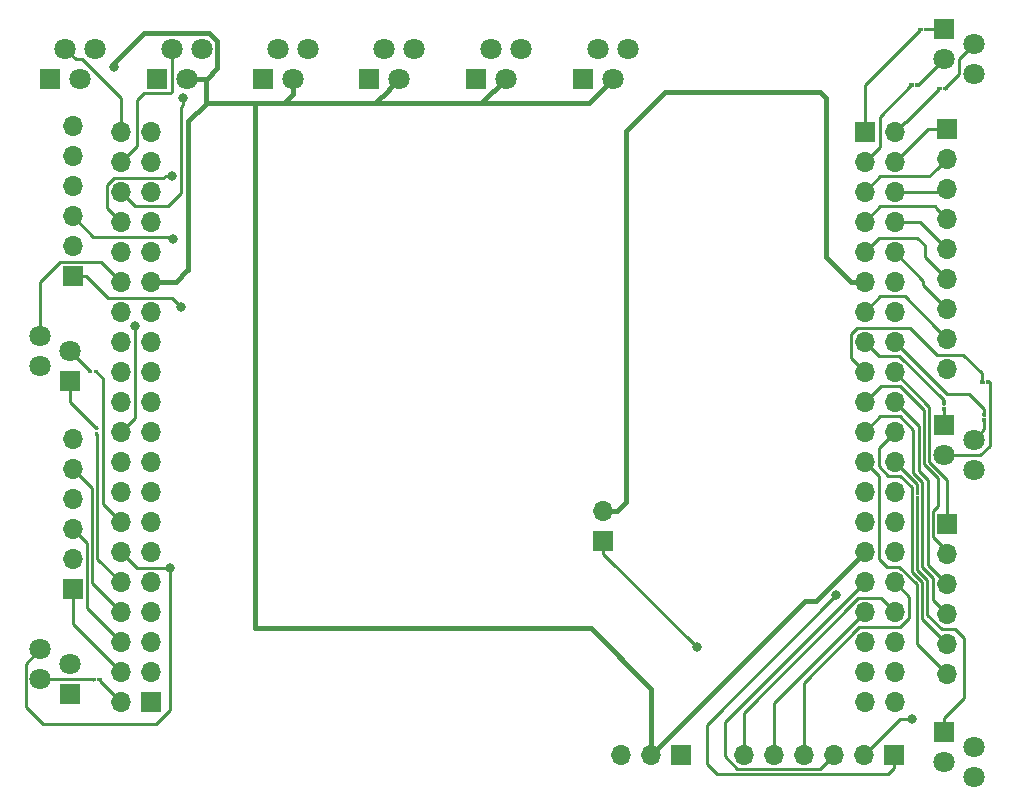
<source format=gbr>
G04 #@! TF.GenerationSoftware,KiCad,Pcbnew,5.1.0-060a0da~80~ubuntu18.04.1*
G04 #@! TF.CreationDate,2019-05-11T22:14:08+02:00*
G04 #@! TF.ProjectId,myo_shield_pcb,6d796f5f-7368-4696-956c-645f7063622e,rev?*
G04 #@! TF.SameCoordinates,Original*
G04 #@! TF.FileFunction,Copper,L2,Bot*
G04 #@! TF.FilePolarity,Positive*
%FSLAX46Y46*%
G04 Gerber Fmt 4.6, Leading zero omitted, Abs format (unit mm)*
G04 Created by KiCad (PCBNEW 5.1.0-060a0da~80~ubuntu18.04.1) date 2019-05-11 22:14:08*
%MOMM*%
%LPD*%
G04 APERTURE LIST*
%ADD10C,1.800000*%
%ADD11R,1.800000X1.800000*%
%ADD12R,1.700000X1.700000*%
%ADD13O,1.700000X1.700000*%
%ADD14C,0.100000*%
%ADD15C,0.300000*%
%ADD16C,0.800000*%
%ADD17C,0.250000*%
%ADD18C,0.450000*%
G04 APERTURE END LIST*
D10*
X194770000Y-81905000D03*
X192230000Y-80635000D03*
X194770000Y-79365000D03*
D11*
X192230000Y-78095000D03*
X192230000Y-111595000D03*
D10*
X194770000Y-112865000D03*
X192230000Y-114135000D03*
X194770000Y-115405000D03*
X194770000Y-141405000D03*
X192230000Y-140135000D03*
X194770000Y-138865000D03*
D11*
X192230000Y-137595000D03*
D10*
X115730000Y-130595000D03*
X118270000Y-131865000D03*
X115730000Y-133135000D03*
D11*
X118270000Y-134405000D03*
X118270000Y-107905000D03*
D10*
X115730000Y-106635000D03*
X118270000Y-105365000D03*
X115730000Y-104095000D03*
D11*
X116595000Y-82270000D03*
D10*
X117865000Y-79730000D03*
X119135000Y-82270000D03*
X120405000Y-79730000D03*
D11*
X134595000Y-82270000D03*
D10*
X135865000Y-79730000D03*
X137135000Y-82270000D03*
X138405000Y-79730000D03*
X129405000Y-79730000D03*
X128135000Y-82270000D03*
X126865000Y-79730000D03*
D11*
X125595000Y-82270000D03*
X143595000Y-82270000D03*
D10*
X144865000Y-79730000D03*
X146135000Y-82270000D03*
X147405000Y-79730000D03*
X156405000Y-79730000D03*
X155135000Y-82270000D03*
X153865000Y-79730000D03*
D11*
X152595000Y-82270000D03*
X161695000Y-82270000D03*
D10*
X162965000Y-79730000D03*
X164235000Y-82270000D03*
X165505000Y-79730000D03*
D12*
X192500000Y-86500000D03*
D13*
X192500000Y-89040000D03*
X192500000Y-91580000D03*
X192500000Y-94120000D03*
X192500000Y-96660000D03*
X192500000Y-99200000D03*
X192500000Y-101740000D03*
X192500000Y-104280000D03*
X192500000Y-106820000D03*
X192500000Y-132700000D03*
X192500000Y-130160000D03*
X192500000Y-127620000D03*
X192500000Y-125080000D03*
X192500000Y-122540000D03*
D12*
X192500000Y-120000000D03*
X188000000Y-139500000D03*
D13*
X185460000Y-139500000D03*
X182920000Y-139500000D03*
X180380000Y-139500000D03*
X177840000Y-139500000D03*
X175300000Y-139500000D03*
X118500000Y-112800000D03*
X118500000Y-115340000D03*
X118500000Y-117880000D03*
X118500000Y-120420000D03*
X118500000Y-122960000D03*
D12*
X118500000Y-125500000D03*
X170000000Y-139500000D03*
D13*
X167460000Y-139500000D03*
X164920000Y-139500000D03*
D12*
X118500000Y-99000000D03*
D13*
X118500000Y-96460000D03*
X118500000Y-93920000D03*
X118500000Y-91380000D03*
X118500000Y-88840000D03*
X118500000Y-86300000D03*
D12*
X163400000Y-121400000D03*
D13*
X163400000Y-118860000D03*
X188090000Y-135050000D03*
X185550000Y-135050000D03*
X188090000Y-132510000D03*
X185550000Y-132510000D03*
X188090000Y-129970000D03*
X185550000Y-129970000D03*
X188090000Y-127430000D03*
X185550000Y-127430000D03*
X188090000Y-124890000D03*
X185550000Y-124890000D03*
X188090000Y-122350000D03*
X185550000Y-122350000D03*
X188090000Y-119810000D03*
X185550000Y-119810000D03*
X188090000Y-117270000D03*
X185550000Y-117270000D03*
X188090000Y-114730000D03*
X185550000Y-114730000D03*
X188090000Y-112190000D03*
X185550000Y-112190000D03*
X188090000Y-109650000D03*
X185550000Y-109650000D03*
X188090000Y-107110000D03*
X185550000Y-107110000D03*
X188090000Y-104570000D03*
X185550000Y-104570000D03*
X188090000Y-102030000D03*
X185550000Y-102030000D03*
X188090000Y-99490000D03*
X185550000Y-99490000D03*
X188090000Y-96950000D03*
X185550000Y-96950000D03*
X188090000Y-94410000D03*
X185550000Y-94410000D03*
X188090000Y-91870000D03*
X185550000Y-91870000D03*
X188090000Y-89330000D03*
X185550000Y-89330000D03*
X188090000Y-86790000D03*
D12*
X185550000Y-86790000D03*
X125100000Y-135050000D03*
D13*
X122560000Y-135050000D03*
X125100000Y-132510000D03*
X122560000Y-132510000D03*
X125100000Y-129970000D03*
X122560000Y-129970000D03*
X125100000Y-127430000D03*
X122560000Y-127430000D03*
X125100000Y-124890000D03*
X122560000Y-124890000D03*
X125100000Y-122350000D03*
X122560000Y-122350000D03*
X125100000Y-119810000D03*
X122560000Y-119810000D03*
X125100000Y-117270000D03*
X122560000Y-117270000D03*
X125100000Y-114730000D03*
X122560000Y-114730000D03*
X125100000Y-112190000D03*
X122560000Y-112190000D03*
X125100000Y-109650000D03*
X122560000Y-109650000D03*
X125100000Y-107110000D03*
X122560000Y-107110000D03*
X125100000Y-104570000D03*
X122560000Y-104570000D03*
X125100000Y-102030000D03*
X122560000Y-102030000D03*
X125100000Y-99490000D03*
X122560000Y-99490000D03*
X125100000Y-96950000D03*
X122560000Y-96950000D03*
X125100000Y-94410000D03*
X122560000Y-94410000D03*
X125100000Y-91870000D03*
X122560000Y-91870000D03*
X125100000Y-89330000D03*
X122560000Y-89330000D03*
X125100000Y-86790000D03*
X122560000Y-86790000D03*
D14*
G36*
X190882351Y-77950361D02*
G01*
X190889632Y-77951441D01*
X190896771Y-77953229D01*
X190903701Y-77955709D01*
X190910355Y-77958856D01*
X190916668Y-77962640D01*
X190922579Y-77967024D01*
X190928033Y-77971967D01*
X190932976Y-77977421D01*
X190937360Y-77983332D01*
X190941144Y-77989645D01*
X190944291Y-77996299D01*
X190946771Y-78003229D01*
X190948559Y-78010368D01*
X190949639Y-78017649D01*
X190950000Y-78025000D01*
X190950000Y-78175000D01*
X190949639Y-78182351D01*
X190948559Y-78189632D01*
X190946771Y-78196771D01*
X190944291Y-78203701D01*
X190941144Y-78210355D01*
X190937360Y-78216668D01*
X190932976Y-78222579D01*
X190928033Y-78228033D01*
X190922579Y-78232976D01*
X190916668Y-78237360D01*
X190910355Y-78241144D01*
X190903701Y-78244291D01*
X190896771Y-78246771D01*
X190889632Y-78248559D01*
X190882351Y-78249639D01*
X190875000Y-78250000D01*
X190625000Y-78250000D01*
X190617649Y-78249639D01*
X190610368Y-78248559D01*
X190603229Y-78246771D01*
X190596299Y-78244291D01*
X190589645Y-78241144D01*
X190583332Y-78237360D01*
X190577421Y-78232976D01*
X190571967Y-78228033D01*
X190567024Y-78222579D01*
X190562640Y-78216668D01*
X190558856Y-78210355D01*
X190555709Y-78203701D01*
X190553229Y-78196771D01*
X190551441Y-78189632D01*
X190550361Y-78182351D01*
X190550000Y-78175000D01*
X190550000Y-78025000D01*
X190550361Y-78017649D01*
X190551441Y-78010368D01*
X190553229Y-78003229D01*
X190555709Y-77996299D01*
X190558856Y-77989645D01*
X190562640Y-77983332D01*
X190567024Y-77977421D01*
X190571967Y-77971967D01*
X190577421Y-77967024D01*
X190583332Y-77962640D01*
X190589645Y-77958856D01*
X190596299Y-77955709D01*
X190603229Y-77953229D01*
X190610368Y-77951441D01*
X190617649Y-77950361D01*
X190625000Y-77950000D01*
X190875000Y-77950000D01*
X190882351Y-77950361D01*
X190882351Y-77950361D01*
G37*
D15*
X190750000Y-78100000D03*
D14*
G36*
X190382351Y-77950361D02*
G01*
X190389632Y-77951441D01*
X190396771Y-77953229D01*
X190403701Y-77955709D01*
X190410355Y-77958856D01*
X190416668Y-77962640D01*
X190422579Y-77967024D01*
X190428033Y-77971967D01*
X190432976Y-77977421D01*
X190437360Y-77983332D01*
X190441144Y-77989645D01*
X190444291Y-77996299D01*
X190446771Y-78003229D01*
X190448559Y-78010368D01*
X190449639Y-78017649D01*
X190450000Y-78025000D01*
X190450000Y-78175000D01*
X190449639Y-78182351D01*
X190448559Y-78189632D01*
X190446771Y-78196771D01*
X190444291Y-78203701D01*
X190441144Y-78210355D01*
X190437360Y-78216668D01*
X190432976Y-78222579D01*
X190428033Y-78228033D01*
X190422579Y-78232976D01*
X190416668Y-78237360D01*
X190410355Y-78241144D01*
X190403701Y-78244291D01*
X190396771Y-78246771D01*
X190389632Y-78248559D01*
X190382351Y-78249639D01*
X190375000Y-78250000D01*
X190125000Y-78250000D01*
X190117649Y-78249639D01*
X190110368Y-78248559D01*
X190103229Y-78246771D01*
X190096299Y-78244291D01*
X190089645Y-78241144D01*
X190083332Y-78237360D01*
X190077421Y-78232976D01*
X190071967Y-78228033D01*
X190067024Y-78222579D01*
X190062640Y-78216668D01*
X190058856Y-78210355D01*
X190055709Y-78203701D01*
X190053229Y-78196771D01*
X190051441Y-78189632D01*
X190050361Y-78182351D01*
X190050000Y-78175000D01*
X190050000Y-78025000D01*
X190050361Y-78017649D01*
X190051441Y-78010368D01*
X190053229Y-78003229D01*
X190055709Y-77996299D01*
X190058856Y-77989645D01*
X190062640Y-77983332D01*
X190067024Y-77977421D01*
X190071967Y-77971967D01*
X190077421Y-77967024D01*
X190083332Y-77962640D01*
X190089645Y-77958856D01*
X190096299Y-77955709D01*
X190103229Y-77953229D01*
X190110368Y-77951441D01*
X190117649Y-77950361D01*
X190125000Y-77950000D01*
X190375000Y-77950000D01*
X190382351Y-77950361D01*
X190382351Y-77950361D01*
G37*
D15*
X190250000Y-78100000D03*
D14*
G36*
X191982551Y-82959161D02*
G01*
X191989832Y-82960241D01*
X191996971Y-82962029D01*
X192003901Y-82964509D01*
X192010555Y-82967656D01*
X192016868Y-82971440D01*
X192022779Y-82975824D01*
X192028233Y-82980767D01*
X192033176Y-82986221D01*
X192037560Y-82992132D01*
X192041344Y-82998445D01*
X192044491Y-83005099D01*
X192046971Y-83012029D01*
X192048759Y-83019168D01*
X192049839Y-83026449D01*
X192050200Y-83033800D01*
X192050200Y-83183800D01*
X192049839Y-83191151D01*
X192048759Y-83198432D01*
X192046971Y-83205571D01*
X192044491Y-83212501D01*
X192041344Y-83219155D01*
X192037560Y-83225468D01*
X192033176Y-83231379D01*
X192028233Y-83236833D01*
X192022779Y-83241776D01*
X192016868Y-83246160D01*
X192010555Y-83249944D01*
X192003901Y-83253091D01*
X191996971Y-83255571D01*
X191989832Y-83257359D01*
X191982551Y-83258439D01*
X191975200Y-83258800D01*
X191725200Y-83258800D01*
X191717849Y-83258439D01*
X191710568Y-83257359D01*
X191703429Y-83255571D01*
X191696499Y-83253091D01*
X191689845Y-83249944D01*
X191683532Y-83246160D01*
X191677621Y-83241776D01*
X191672167Y-83236833D01*
X191667224Y-83231379D01*
X191662840Y-83225468D01*
X191659056Y-83219155D01*
X191655909Y-83212501D01*
X191653429Y-83205571D01*
X191651641Y-83198432D01*
X191650561Y-83191151D01*
X191650200Y-83183800D01*
X191650200Y-83033800D01*
X191650561Y-83026449D01*
X191651641Y-83019168D01*
X191653429Y-83012029D01*
X191655909Y-83005099D01*
X191659056Y-82998445D01*
X191662840Y-82992132D01*
X191667224Y-82986221D01*
X191672167Y-82980767D01*
X191677621Y-82975824D01*
X191683532Y-82971440D01*
X191689845Y-82967656D01*
X191696499Y-82964509D01*
X191703429Y-82962029D01*
X191710568Y-82960241D01*
X191717849Y-82959161D01*
X191725200Y-82958800D01*
X191975200Y-82958800D01*
X191982551Y-82959161D01*
X191982551Y-82959161D01*
G37*
D15*
X191850200Y-83108800D03*
D14*
G36*
X192482551Y-82959161D02*
G01*
X192489832Y-82960241D01*
X192496971Y-82962029D01*
X192503901Y-82964509D01*
X192510555Y-82967656D01*
X192516868Y-82971440D01*
X192522779Y-82975824D01*
X192528233Y-82980767D01*
X192533176Y-82986221D01*
X192537560Y-82992132D01*
X192541344Y-82998445D01*
X192544491Y-83005099D01*
X192546971Y-83012029D01*
X192548759Y-83019168D01*
X192549839Y-83026449D01*
X192550200Y-83033800D01*
X192550200Y-83183800D01*
X192549839Y-83191151D01*
X192548759Y-83198432D01*
X192546971Y-83205571D01*
X192544491Y-83212501D01*
X192541344Y-83219155D01*
X192537560Y-83225468D01*
X192533176Y-83231379D01*
X192528233Y-83236833D01*
X192522779Y-83241776D01*
X192516868Y-83246160D01*
X192510555Y-83249944D01*
X192503901Y-83253091D01*
X192496971Y-83255571D01*
X192489832Y-83257359D01*
X192482551Y-83258439D01*
X192475200Y-83258800D01*
X192225200Y-83258800D01*
X192217849Y-83258439D01*
X192210568Y-83257359D01*
X192203429Y-83255571D01*
X192196499Y-83253091D01*
X192189845Y-83249944D01*
X192183532Y-83246160D01*
X192177621Y-83241776D01*
X192172167Y-83236833D01*
X192167224Y-83231379D01*
X192162840Y-83225468D01*
X192159056Y-83219155D01*
X192155909Y-83212501D01*
X192153429Y-83205571D01*
X192151641Y-83198432D01*
X192150561Y-83191151D01*
X192150200Y-83183800D01*
X192150200Y-83033800D01*
X192150561Y-83026449D01*
X192151641Y-83019168D01*
X192153429Y-83012029D01*
X192155909Y-83005099D01*
X192159056Y-82998445D01*
X192162840Y-82992132D01*
X192167224Y-82986221D01*
X192172167Y-82980767D01*
X192177621Y-82975824D01*
X192183532Y-82971440D01*
X192189845Y-82967656D01*
X192196499Y-82964509D01*
X192203429Y-82962029D01*
X192210568Y-82960241D01*
X192217849Y-82959161D01*
X192225200Y-82958800D01*
X192475200Y-82958800D01*
X192482551Y-82959161D01*
X192482551Y-82959161D01*
G37*
D15*
X192350200Y-83108800D03*
D14*
G36*
X190132351Y-82650361D02*
G01*
X190139632Y-82651441D01*
X190146771Y-82653229D01*
X190153701Y-82655709D01*
X190160355Y-82658856D01*
X190166668Y-82662640D01*
X190172579Y-82667024D01*
X190178033Y-82671967D01*
X190182976Y-82677421D01*
X190187360Y-82683332D01*
X190191144Y-82689645D01*
X190194291Y-82696299D01*
X190196771Y-82703229D01*
X190198559Y-82710368D01*
X190199639Y-82717649D01*
X190200000Y-82725000D01*
X190200000Y-82875000D01*
X190199639Y-82882351D01*
X190198559Y-82889632D01*
X190196771Y-82896771D01*
X190194291Y-82903701D01*
X190191144Y-82910355D01*
X190187360Y-82916668D01*
X190182976Y-82922579D01*
X190178033Y-82928033D01*
X190172579Y-82932976D01*
X190166668Y-82937360D01*
X190160355Y-82941144D01*
X190153701Y-82944291D01*
X190146771Y-82946771D01*
X190139632Y-82948559D01*
X190132351Y-82949639D01*
X190125000Y-82950000D01*
X189875000Y-82950000D01*
X189867649Y-82949639D01*
X189860368Y-82948559D01*
X189853229Y-82946771D01*
X189846299Y-82944291D01*
X189839645Y-82941144D01*
X189833332Y-82937360D01*
X189827421Y-82932976D01*
X189821967Y-82928033D01*
X189817024Y-82922579D01*
X189812640Y-82916668D01*
X189808856Y-82910355D01*
X189805709Y-82903701D01*
X189803229Y-82896771D01*
X189801441Y-82889632D01*
X189800361Y-82882351D01*
X189800000Y-82875000D01*
X189800000Y-82725000D01*
X189800361Y-82717649D01*
X189801441Y-82710368D01*
X189803229Y-82703229D01*
X189805709Y-82696299D01*
X189808856Y-82689645D01*
X189812640Y-82683332D01*
X189817024Y-82677421D01*
X189821967Y-82671967D01*
X189827421Y-82667024D01*
X189833332Y-82662640D01*
X189839645Y-82658856D01*
X189846299Y-82655709D01*
X189853229Y-82653229D01*
X189860368Y-82651441D01*
X189867649Y-82650361D01*
X189875000Y-82650000D01*
X190125000Y-82650000D01*
X190132351Y-82650361D01*
X190132351Y-82650361D01*
G37*
D15*
X190000000Y-82800000D03*
D14*
G36*
X189632351Y-82650361D02*
G01*
X189639632Y-82651441D01*
X189646771Y-82653229D01*
X189653701Y-82655709D01*
X189660355Y-82658856D01*
X189666668Y-82662640D01*
X189672579Y-82667024D01*
X189678033Y-82671967D01*
X189682976Y-82677421D01*
X189687360Y-82683332D01*
X189691144Y-82689645D01*
X189694291Y-82696299D01*
X189696771Y-82703229D01*
X189698559Y-82710368D01*
X189699639Y-82717649D01*
X189700000Y-82725000D01*
X189700000Y-82875000D01*
X189699639Y-82882351D01*
X189698559Y-82889632D01*
X189696771Y-82896771D01*
X189694291Y-82903701D01*
X189691144Y-82910355D01*
X189687360Y-82916668D01*
X189682976Y-82922579D01*
X189678033Y-82928033D01*
X189672579Y-82932976D01*
X189666668Y-82937360D01*
X189660355Y-82941144D01*
X189653701Y-82944291D01*
X189646771Y-82946771D01*
X189639632Y-82948559D01*
X189632351Y-82949639D01*
X189625000Y-82950000D01*
X189375000Y-82950000D01*
X189367649Y-82949639D01*
X189360368Y-82948559D01*
X189353229Y-82946771D01*
X189346299Y-82944291D01*
X189339645Y-82941144D01*
X189333332Y-82937360D01*
X189327421Y-82932976D01*
X189321967Y-82928033D01*
X189317024Y-82922579D01*
X189312640Y-82916668D01*
X189308856Y-82910355D01*
X189305709Y-82903701D01*
X189303229Y-82896771D01*
X189301441Y-82889632D01*
X189300361Y-82882351D01*
X189300000Y-82875000D01*
X189300000Y-82725000D01*
X189300361Y-82717649D01*
X189301441Y-82710368D01*
X189303229Y-82703229D01*
X189305709Y-82696299D01*
X189308856Y-82689645D01*
X189312640Y-82683332D01*
X189317024Y-82677421D01*
X189321967Y-82671967D01*
X189327421Y-82667024D01*
X189333332Y-82662640D01*
X189339645Y-82658856D01*
X189346299Y-82655709D01*
X189353229Y-82653229D01*
X189360368Y-82651441D01*
X189367649Y-82650361D01*
X189375000Y-82650000D01*
X189625000Y-82650000D01*
X189632351Y-82650361D01*
X189632351Y-82650361D01*
G37*
D15*
X189500000Y-82800000D03*
D14*
G36*
X192332351Y-109550361D02*
G01*
X192339632Y-109551441D01*
X192346771Y-109553229D01*
X192353701Y-109555709D01*
X192360355Y-109558856D01*
X192366668Y-109562640D01*
X192372579Y-109567024D01*
X192378033Y-109571967D01*
X192382976Y-109577421D01*
X192387360Y-109583332D01*
X192391144Y-109589645D01*
X192394291Y-109596299D01*
X192396771Y-109603229D01*
X192398559Y-109610368D01*
X192399639Y-109617649D01*
X192400000Y-109625000D01*
X192400000Y-109875000D01*
X192399639Y-109882351D01*
X192398559Y-109889632D01*
X192396771Y-109896771D01*
X192394291Y-109903701D01*
X192391144Y-109910355D01*
X192387360Y-109916668D01*
X192382976Y-109922579D01*
X192378033Y-109928033D01*
X192372579Y-109932976D01*
X192366668Y-109937360D01*
X192360355Y-109941144D01*
X192353701Y-109944291D01*
X192346771Y-109946771D01*
X192339632Y-109948559D01*
X192332351Y-109949639D01*
X192325000Y-109950000D01*
X192175000Y-109950000D01*
X192167649Y-109949639D01*
X192160368Y-109948559D01*
X192153229Y-109946771D01*
X192146299Y-109944291D01*
X192139645Y-109941144D01*
X192133332Y-109937360D01*
X192127421Y-109932976D01*
X192121967Y-109928033D01*
X192117024Y-109922579D01*
X192112640Y-109916668D01*
X192108856Y-109910355D01*
X192105709Y-109903701D01*
X192103229Y-109896771D01*
X192101441Y-109889632D01*
X192100361Y-109882351D01*
X192100000Y-109875000D01*
X192100000Y-109625000D01*
X192100361Y-109617649D01*
X192101441Y-109610368D01*
X192103229Y-109603229D01*
X192105709Y-109596299D01*
X192108856Y-109589645D01*
X192112640Y-109583332D01*
X192117024Y-109577421D01*
X192121967Y-109571967D01*
X192127421Y-109567024D01*
X192133332Y-109562640D01*
X192139645Y-109558856D01*
X192146299Y-109555709D01*
X192153229Y-109553229D01*
X192160368Y-109551441D01*
X192167649Y-109550361D01*
X192175000Y-109550000D01*
X192325000Y-109550000D01*
X192332351Y-109550361D01*
X192332351Y-109550361D01*
G37*
D15*
X192250000Y-109750000D03*
D14*
G36*
X192332351Y-110050361D02*
G01*
X192339632Y-110051441D01*
X192346771Y-110053229D01*
X192353701Y-110055709D01*
X192360355Y-110058856D01*
X192366668Y-110062640D01*
X192372579Y-110067024D01*
X192378033Y-110071967D01*
X192382976Y-110077421D01*
X192387360Y-110083332D01*
X192391144Y-110089645D01*
X192394291Y-110096299D01*
X192396771Y-110103229D01*
X192398559Y-110110368D01*
X192399639Y-110117649D01*
X192400000Y-110125000D01*
X192400000Y-110375000D01*
X192399639Y-110382351D01*
X192398559Y-110389632D01*
X192396771Y-110396771D01*
X192394291Y-110403701D01*
X192391144Y-110410355D01*
X192387360Y-110416668D01*
X192382976Y-110422579D01*
X192378033Y-110428033D01*
X192372579Y-110432976D01*
X192366668Y-110437360D01*
X192360355Y-110441144D01*
X192353701Y-110444291D01*
X192346771Y-110446771D01*
X192339632Y-110448559D01*
X192332351Y-110449639D01*
X192325000Y-110450000D01*
X192175000Y-110450000D01*
X192167649Y-110449639D01*
X192160368Y-110448559D01*
X192153229Y-110446771D01*
X192146299Y-110444291D01*
X192139645Y-110441144D01*
X192133332Y-110437360D01*
X192127421Y-110432976D01*
X192121967Y-110428033D01*
X192117024Y-110422579D01*
X192112640Y-110416668D01*
X192108856Y-110410355D01*
X192105709Y-110403701D01*
X192103229Y-110396771D01*
X192101441Y-110389632D01*
X192100361Y-110382351D01*
X192100000Y-110375000D01*
X192100000Y-110125000D01*
X192100361Y-110117649D01*
X192101441Y-110110368D01*
X192103229Y-110103229D01*
X192105709Y-110096299D01*
X192108856Y-110089645D01*
X192112640Y-110083332D01*
X192117024Y-110077421D01*
X192121967Y-110071967D01*
X192127421Y-110067024D01*
X192133332Y-110062640D01*
X192139645Y-110058856D01*
X192146299Y-110055709D01*
X192153229Y-110053229D01*
X192160368Y-110051441D01*
X192167649Y-110050361D01*
X192175000Y-110050000D01*
X192325000Y-110050000D01*
X192332351Y-110050361D01*
X192332351Y-110050361D01*
G37*
D15*
X192250000Y-110250000D03*
D14*
G36*
X195732351Y-111000361D02*
G01*
X195739632Y-111001441D01*
X195746771Y-111003229D01*
X195753701Y-111005709D01*
X195760355Y-111008856D01*
X195766668Y-111012640D01*
X195772579Y-111017024D01*
X195778033Y-111021967D01*
X195782976Y-111027421D01*
X195787360Y-111033332D01*
X195791144Y-111039645D01*
X195794291Y-111046299D01*
X195796771Y-111053229D01*
X195798559Y-111060368D01*
X195799639Y-111067649D01*
X195800000Y-111075000D01*
X195800000Y-111325000D01*
X195799639Y-111332351D01*
X195798559Y-111339632D01*
X195796771Y-111346771D01*
X195794291Y-111353701D01*
X195791144Y-111360355D01*
X195787360Y-111366668D01*
X195782976Y-111372579D01*
X195778033Y-111378033D01*
X195772579Y-111382976D01*
X195766668Y-111387360D01*
X195760355Y-111391144D01*
X195753701Y-111394291D01*
X195746771Y-111396771D01*
X195739632Y-111398559D01*
X195732351Y-111399639D01*
X195725000Y-111400000D01*
X195575000Y-111400000D01*
X195567649Y-111399639D01*
X195560368Y-111398559D01*
X195553229Y-111396771D01*
X195546299Y-111394291D01*
X195539645Y-111391144D01*
X195533332Y-111387360D01*
X195527421Y-111382976D01*
X195521967Y-111378033D01*
X195517024Y-111372579D01*
X195512640Y-111366668D01*
X195508856Y-111360355D01*
X195505709Y-111353701D01*
X195503229Y-111346771D01*
X195501441Y-111339632D01*
X195500361Y-111332351D01*
X195500000Y-111325000D01*
X195500000Y-111075000D01*
X195500361Y-111067649D01*
X195501441Y-111060368D01*
X195503229Y-111053229D01*
X195505709Y-111046299D01*
X195508856Y-111039645D01*
X195512640Y-111033332D01*
X195517024Y-111027421D01*
X195521967Y-111021967D01*
X195527421Y-111017024D01*
X195533332Y-111012640D01*
X195539645Y-111008856D01*
X195546299Y-111005709D01*
X195553229Y-111003229D01*
X195560368Y-111001441D01*
X195567649Y-111000361D01*
X195575000Y-111000000D01*
X195725000Y-111000000D01*
X195732351Y-111000361D01*
X195732351Y-111000361D01*
G37*
D15*
X195650000Y-111200000D03*
D14*
G36*
X195732351Y-110500361D02*
G01*
X195739632Y-110501441D01*
X195746771Y-110503229D01*
X195753701Y-110505709D01*
X195760355Y-110508856D01*
X195766668Y-110512640D01*
X195772579Y-110517024D01*
X195778033Y-110521967D01*
X195782976Y-110527421D01*
X195787360Y-110533332D01*
X195791144Y-110539645D01*
X195794291Y-110546299D01*
X195796771Y-110553229D01*
X195798559Y-110560368D01*
X195799639Y-110567649D01*
X195800000Y-110575000D01*
X195800000Y-110825000D01*
X195799639Y-110832351D01*
X195798559Y-110839632D01*
X195796771Y-110846771D01*
X195794291Y-110853701D01*
X195791144Y-110860355D01*
X195787360Y-110866668D01*
X195782976Y-110872579D01*
X195778033Y-110878033D01*
X195772579Y-110882976D01*
X195766668Y-110887360D01*
X195760355Y-110891144D01*
X195753701Y-110894291D01*
X195746771Y-110896771D01*
X195739632Y-110898559D01*
X195732351Y-110899639D01*
X195725000Y-110900000D01*
X195575000Y-110900000D01*
X195567649Y-110899639D01*
X195560368Y-110898559D01*
X195553229Y-110896771D01*
X195546299Y-110894291D01*
X195539645Y-110891144D01*
X195533332Y-110887360D01*
X195527421Y-110882976D01*
X195521967Y-110878033D01*
X195517024Y-110872579D01*
X195512640Y-110866668D01*
X195508856Y-110860355D01*
X195505709Y-110853701D01*
X195503229Y-110846771D01*
X195501441Y-110839632D01*
X195500361Y-110832351D01*
X195500000Y-110825000D01*
X195500000Y-110575000D01*
X195500361Y-110567649D01*
X195501441Y-110560368D01*
X195503229Y-110553229D01*
X195505709Y-110546299D01*
X195508856Y-110539645D01*
X195512640Y-110533332D01*
X195517024Y-110527421D01*
X195521967Y-110521967D01*
X195527421Y-110517024D01*
X195533332Y-110512640D01*
X195539645Y-110508856D01*
X195546299Y-110505709D01*
X195553229Y-110503229D01*
X195560368Y-110501441D01*
X195567649Y-110500361D01*
X195575000Y-110500000D01*
X195725000Y-110500000D01*
X195732351Y-110500361D01*
X195732351Y-110500361D01*
G37*
D15*
X195650000Y-110700000D03*
D14*
G36*
X195632351Y-107800361D02*
G01*
X195639632Y-107801441D01*
X195646771Y-107803229D01*
X195653701Y-107805709D01*
X195660355Y-107808856D01*
X195666668Y-107812640D01*
X195672579Y-107817024D01*
X195678033Y-107821967D01*
X195682976Y-107827421D01*
X195687360Y-107833332D01*
X195691144Y-107839645D01*
X195694291Y-107846299D01*
X195696771Y-107853229D01*
X195698559Y-107860368D01*
X195699639Y-107867649D01*
X195700000Y-107875000D01*
X195700000Y-108025000D01*
X195699639Y-108032351D01*
X195698559Y-108039632D01*
X195696771Y-108046771D01*
X195694291Y-108053701D01*
X195691144Y-108060355D01*
X195687360Y-108066668D01*
X195682976Y-108072579D01*
X195678033Y-108078033D01*
X195672579Y-108082976D01*
X195666668Y-108087360D01*
X195660355Y-108091144D01*
X195653701Y-108094291D01*
X195646771Y-108096771D01*
X195639632Y-108098559D01*
X195632351Y-108099639D01*
X195625000Y-108100000D01*
X195375000Y-108100000D01*
X195367649Y-108099639D01*
X195360368Y-108098559D01*
X195353229Y-108096771D01*
X195346299Y-108094291D01*
X195339645Y-108091144D01*
X195333332Y-108087360D01*
X195327421Y-108082976D01*
X195321967Y-108078033D01*
X195317024Y-108072579D01*
X195312640Y-108066668D01*
X195308856Y-108060355D01*
X195305709Y-108053701D01*
X195303229Y-108046771D01*
X195301441Y-108039632D01*
X195300361Y-108032351D01*
X195300000Y-108025000D01*
X195300000Y-107875000D01*
X195300361Y-107867649D01*
X195301441Y-107860368D01*
X195303229Y-107853229D01*
X195305709Y-107846299D01*
X195308856Y-107839645D01*
X195312640Y-107833332D01*
X195317024Y-107827421D01*
X195321967Y-107821967D01*
X195327421Y-107817024D01*
X195333332Y-107812640D01*
X195339645Y-107808856D01*
X195346299Y-107805709D01*
X195353229Y-107803229D01*
X195360368Y-107801441D01*
X195367649Y-107800361D01*
X195375000Y-107800000D01*
X195625000Y-107800000D01*
X195632351Y-107800361D01*
X195632351Y-107800361D01*
G37*
D15*
X195500000Y-107950000D03*
D14*
G36*
X196132351Y-107800361D02*
G01*
X196139632Y-107801441D01*
X196146771Y-107803229D01*
X196153701Y-107805709D01*
X196160355Y-107808856D01*
X196166668Y-107812640D01*
X196172579Y-107817024D01*
X196178033Y-107821967D01*
X196182976Y-107827421D01*
X196187360Y-107833332D01*
X196191144Y-107839645D01*
X196194291Y-107846299D01*
X196196771Y-107853229D01*
X196198559Y-107860368D01*
X196199639Y-107867649D01*
X196200000Y-107875000D01*
X196200000Y-108025000D01*
X196199639Y-108032351D01*
X196198559Y-108039632D01*
X196196771Y-108046771D01*
X196194291Y-108053701D01*
X196191144Y-108060355D01*
X196187360Y-108066668D01*
X196182976Y-108072579D01*
X196178033Y-108078033D01*
X196172579Y-108082976D01*
X196166668Y-108087360D01*
X196160355Y-108091144D01*
X196153701Y-108094291D01*
X196146771Y-108096771D01*
X196139632Y-108098559D01*
X196132351Y-108099639D01*
X196125000Y-108100000D01*
X195875000Y-108100000D01*
X195867649Y-108099639D01*
X195860368Y-108098559D01*
X195853229Y-108096771D01*
X195846299Y-108094291D01*
X195839645Y-108091144D01*
X195833332Y-108087360D01*
X195827421Y-108082976D01*
X195821967Y-108078033D01*
X195817024Y-108072579D01*
X195812640Y-108066668D01*
X195808856Y-108060355D01*
X195805709Y-108053701D01*
X195803229Y-108046771D01*
X195801441Y-108039632D01*
X195800361Y-108032351D01*
X195800000Y-108025000D01*
X195800000Y-107875000D01*
X195800361Y-107867649D01*
X195801441Y-107860368D01*
X195803229Y-107853229D01*
X195805709Y-107846299D01*
X195808856Y-107839645D01*
X195812640Y-107833332D01*
X195817024Y-107827421D01*
X195821967Y-107821967D01*
X195827421Y-107817024D01*
X195833332Y-107812640D01*
X195839645Y-107808856D01*
X195846299Y-107805709D01*
X195853229Y-107803229D01*
X195860368Y-107801441D01*
X195867649Y-107800361D01*
X195875000Y-107800000D01*
X196125000Y-107800000D01*
X196132351Y-107800361D01*
X196132351Y-107800361D01*
G37*
D15*
X196000000Y-107950000D03*
D14*
G36*
X190082351Y-117100361D02*
G01*
X190089632Y-117101441D01*
X190096771Y-117103229D01*
X190103701Y-117105709D01*
X190110355Y-117108856D01*
X190116668Y-117112640D01*
X190122579Y-117117024D01*
X190128033Y-117121967D01*
X190132976Y-117127421D01*
X190137360Y-117133332D01*
X190141144Y-117139645D01*
X190144291Y-117146299D01*
X190146771Y-117153229D01*
X190148559Y-117160368D01*
X190149639Y-117167649D01*
X190150000Y-117175000D01*
X190150000Y-117425000D01*
X190149639Y-117432351D01*
X190148559Y-117439632D01*
X190146771Y-117446771D01*
X190144291Y-117453701D01*
X190141144Y-117460355D01*
X190137360Y-117466668D01*
X190132976Y-117472579D01*
X190128033Y-117478033D01*
X190122579Y-117482976D01*
X190116668Y-117487360D01*
X190110355Y-117491144D01*
X190103701Y-117494291D01*
X190096771Y-117496771D01*
X190089632Y-117498559D01*
X190082351Y-117499639D01*
X190075000Y-117500000D01*
X189925000Y-117500000D01*
X189917649Y-117499639D01*
X189910368Y-117498559D01*
X189903229Y-117496771D01*
X189896299Y-117494291D01*
X189889645Y-117491144D01*
X189883332Y-117487360D01*
X189877421Y-117482976D01*
X189871967Y-117478033D01*
X189867024Y-117472579D01*
X189862640Y-117466668D01*
X189858856Y-117460355D01*
X189855709Y-117453701D01*
X189853229Y-117446771D01*
X189851441Y-117439632D01*
X189850361Y-117432351D01*
X189850000Y-117425000D01*
X189850000Y-117175000D01*
X189850361Y-117167649D01*
X189851441Y-117160368D01*
X189853229Y-117153229D01*
X189855709Y-117146299D01*
X189858856Y-117139645D01*
X189862640Y-117133332D01*
X189867024Y-117127421D01*
X189871967Y-117121967D01*
X189877421Y-117117024D01*
X189883332Y-117112640D01*
X189889645Y-117108856D01*
X189896299Y-117105709D01*
X189903229Y-117103229D01*
X189910368Y-117101441D01*
X189917649Y-117100361D01*
X189925000Y-117100000D01*
X190075000Y-117100000D01*
X190082351Y-117100361D01*
X190082351Y-117100361D01*
G37*
D15*
X190000000Y-117300000D03*
D14*
G36*
X190082351Y-117600361D02*
G01*
X190089632Y-117601441D01*
X190096771Y-117603229D01*
X190103701Y-117605709D01*
X190110355Y-117608856D01*
X190116668Y-117612640D01*
X190122579Y-117617024D01*
X190128033Y-117621967D01*
X190132976Y-117627421D01*
X190137360Y-117633332D01*
X190141144Y-117639645D01*
X190144291Y-117646299D01*
X190146771Y-117653229D01*
X190148559Y-117660368D01*
X190149639Y-117667649D01*
X190150000Y-117675000D01*
X190150000Y-117925000D01*
X190149639Y-117932351D01*
X190148559Y-117939632D01*
X190146771Y-117946771D01*
X190144291Y-117953701D01*
X190141144Y-117960355D01*
X190137360Y-117966668D01*
X190132976Y-117972579D01*
X190128033Y-117978033D01*
X190122579Y-117982976D01*
X190116668Y-117987360D01*
X190110355Y-117991144D01*
X190103701Y-117994291D01*
X190096771Y-117996771D01*
X190089632Y-117998559D01*
X190082351Y-117999639D01*
X190075000Y-118000000D01*
X189925000Y-118000000D01*
X189917649Y-117999639D01*
X189910368Y-117998559D01*
X189903229Y-117996771D01*
X189896299Y-117994291D01*
X189889645Y-117991144D01*
X189883332Y-117987360D01*
X189877421Y-117982976D01*
X189871967Y-117978033D01*
X189867024Y-117972579D01*
X189862640Y-117966668D01*
X189858856Y-117960355D01*
X189855709Y-117953701D01*
X189853229Y-117946771D01*
X189851441Y-117939632D01*
X189850361Y-117932351D01*
X189850000Y-117925000D01*
X189850000Y-117675000D01*
X189850361Y-117667649D01*
X189851441Y-117660368D01*
X189853229Y-117653229D01*
X189855709Y-117646299D01*
X189858856Y-117639645D01*
X189862640Y-117633332D01*
X189867024Y-117627421D01*
X189871967Y-117621967D01*
X189877421Y-117617024D01*
X189883332Y-117612640D01*
X189889645Y-117608856D01*
X189896299Y-117605709D01*
X189903229Y-117603229D01*
X189910368Y-117601441D01*
X189917649Y-117600361D01*
X189925000Y-117600000D01*
X190075000Y-117600000D01*
X190082351Y-117600361D01*
X190082351Y-117600361D01*
G37*
D15*
X190000000Y-117800000D03*
D14*
G36*
X120882351Y-133000361D02*
G01*
X120889632Y-133001441D01*
X120896771Y-133003229D01*
X120903701Y-133005709D01*
X120910355Y-133008856D01*
X120916668Y-133012640D01*
X120922579Y-133017024D01*
X120928033Y-133021967D01*
X120932976Y-133027421D01*
X120937360Y-133033332D01*
X120941144Y-133039645D01*
X120944291Y-133046299D01*
X120946771Y-133053229D01*
X120948559Y-133060368D01*
X120949639Y-133067649D01*
X120950000Y-133075000D01*
X120950000Y-133225000D01*
X120949639Y-133232351D01*
X120948559Y-133239632D01*
X120946771Y-133246771D01*
X120944291Y-133253701D01*
X120941144Y-133260355D01*
X120937360Y-133266668D01*
X120932976Y-133272579D01*
X120928033Y-133278033D01*
X120922579Y-133282976D01*
X120916668Y-133287360D01*
X120910355Y-133291144D01*
X120903701Y-133294291D01*
X120896771Y-133296771D01*
X120889632Y-133298559D01*
X120882351Y-133299639D01*
X120875000Y-133300000D01*
X120625000Y-133300000D01*
X120617649Y-133299639D01*
X120610368Y-133298559D01*
X120603229Y-133296771D01*
X120596299Y-133294291D01*
X120589645Y-133291144D01*
X120583332Y-133287360D01*
X120577421Y-133282976D01*
X120571967Y-133278033D01*
X120567024Y-133272579D01*
X120562640Y-133266668D01*
X120558856Y-133260355D01*
X120555709Y-133253701D01*
X120553229Y-133246771D01*
X120551441Y-133239632D01*
X120550361Y-133232351D01*
X120550000Y-133225000D01*
X120550000Y-133075000D01*
X120550361Y-133067649D01*
X120551441Y-133060368D01*
X120553229Y-133053229D01*
X120555709Y-133046299D01*
X120558856Y-133039645D01*
X120562640Y-133033332D01*
X120567024Y-133027421D01*
X120571967Y-133021967D01*
X120577421Y-133017024D01*
X120583332Y-133012640D01*
X120589645Y-133008856D01*
X120596299Y-133005709D01*
X120603229Y-133003229D01*
X120610368Y-133001441D01*
X120617649Y-133000361D01*
X120625000Y-133000000D01*
X120875000Y-133000000D01*
X120882351Y-133000361D01*
X120882351Y-133000361D01*
G37*
D15*
X120750000Y-133150000D03*
D14*
G36*
X120382351Y-133000361D02*
G01*
X120389632Y-133001441D01*
X120396771Y-133003229D01*
X120403701Y-133005709D01*
X120410355Y-133008856D01*
X120416668Y-133012640D01*
X120422579Y-133017024D01*
X120428033Y-133021967D01*
X120432976Y-133027421D01*
X120437360Y-133033332D01*
X120441144Y-133039645D01*
X120444291Y-133046299D01*
X120446771Y-133053229D01*
X120448559Y-133060368D01*
X120449639Y-133067649D01*
X120450000Y-133075000D01*
X120450000Y-133225000D01*
X120449639Y-133232351D01*
X120448559Y-133239632D01*
X120446771Y-133246771D01*
X120444291Y-133253701D01*
X120441144Y-133260355D01*
X120437360Y-133266668D01*
X120432976Y-133272579D01*
X120428033Y-133278033D01*
X120422579Y-133282976D01*
X120416668Y-133287360D01*
X120410355Y-133291144D01*
X120403701Y-133294291D01*
X120396771Y-133296771D01*
X120389632Y-133298559D01*
X120382351Y-133299639D01*
X120375000Y-133300000D01*
X120125000Y-133300000D01*
X120117649Y-133299639D01*
X120110368Y-133298559D01*
X120103229Y-133296771D01*
X120096299Y-133294291D01*
X120089645Y-133291144D01*
X120083332Y-133287360D01*
X120077421Y-133282976D01*
X120071967Y-133278033D01*
X120067024Y-133272579D01*
X120062640Y-133266668D01*
X120058856Y-133260355D01*
X120055709Y-133253701D01*
X120053229Y-133246771D01*
X120051441Y-133239632D01*
X120050361Y-133232351D01*
X120050000Y-133225000D01*
X120050000Y-133075000D01*
X120050361Y-133067649D01*
X120051441Y-133060368D01*
X120053229Y-133053229D01*
X120055709Y-133046299D01*
X120058856Y-133039645D01*
X120062640Y-133033332D01*
X120067024Y-133027421D01*
X120071967Y-133021967D01*
X120077421Y-133017024D01*
X120083332Y-133012640D01*
X120089645Y-133008856D01*
X120096299Y-133005709D01*
X120103229Y-133003229D01*
X120110368Y-133001441D01*
X120117649Y-133000361D01*
X120125000Y-133000000D01*
X120375000Y-133000000D01*
X120382351Y-133000361D01*
X120382351Y-133000361D01*
G37*
D15*
X120250000Y-133150000D03*
D14*
G36*
X120582351Y-112150361D02*
G01*
X120589632Y-112151441D01*
X120596771Y-112153229D01*
X120603701Y-112155709D01*
X120610355Y-112158856D01*
X120616668Y-112162640D01*
X120622579Y-112167024D01*
X120628033Y-112171967D01*
X120632976Y-112177421D01*
X120637360Y-112183332D01*
X120641144Y-112189645D01*
X120644291Y-112196299D01*
X120646771Y-112203229D01*
X120648559Y-112210368D01*
X120649639Y-112217649D01*
X120650000Y-112225000D01*
X120650000Y-112475000D01*
X120649639Y-112482351D01*
X120648559Y-112489632D01*
X120646771Y-112496771D01*
X120644291Y-112503701D01*
X120641144Y-112510355D01*
X120637360Y-112516668D01*
X120632976Y-112522579D01*
X120628033Y-112528033D01*
X120622579Y-112532976D01*
X120616668Y-112537360D01*
X120610355Y-112541144D01*
X120603701Y-112544291D01*
X120596771Y-112546771D01*
X120589632Y-112548559D01*
X120582351Y-112549639D01*
X120575000Y-112550000D01*
X120425000Y-112550000D01*
X120417649Y-112549639D01*
X120410368Y-112548559D01*
X120403229Y-112546771D01*
X120396299Y-112544291D01*
X120389645Y-112541144D01*
X120383332Y-112537360D01*
X120377421Y-112532976D01*
X120371967Y-112528033D01*
X120367024Y-112522579D01*
X120362640Y-112516668D01*
X120358856Y-112510355D01*
X120355709Y-112503701D01*
X120353229Y-112496771D01*
X120351441Y-112489632D01*
X120350361Y-112482351D01*
X120350000Y-112475000D01*
X120350000Y-112225000D01*
X120350361Y-112217649D01*
X120351441Y-112210368D01*
X120353229Y-112203229D01*
X120355709Y-112196299D01*
X120358856Y-112189645D01*
X120362640Y-112183332D01*
X120367024Y-112177421D01*
X120371967Y-112171967D01*
X120377421Y-112167024D01*
X120383332Y-112162640D01*
X120389645Y-112158856D01*
X120396299Y-112155709D01*
X120403229Y-112153229D01*
X120410368Y-112151441D01*
X120417649Y-112150361D01*
X120425000Y-112150000D01*
X120575000Y-112150000D01*
X120582351Y-112150361D01*
X120582351Y-112150361D01*
G37*
D15*
X120500000Y-112350000D03*
D14*
G36*
X120582351Y-111650361D02*
G01*
X120589632Y-111651441D01*
X120596771Y-111653229D01*
X120603701Y-111655709D01*
X120610355Y-111658856D01*
X120616668Y-111662640D01*
X120622579Y-111667024D01*
X120628033Y-111671967D01*
X120632976Y-111677421D01*
X120637360Y-111683332D01*
X120641144Y-111689645D01*
X120644291Y-111696299D01*
X120646771Y-111703229D01*
X120648559Y-111710368D01*
X120649639Y-111717649D01*
X120650000Y-111725000D01*
X120650000Y-111975000D01*
X120649639Y-111982351D01*
X120648559Y-111989632D01*
X120646771Y-111996771D01*
X120644291Y-112003701D01*
X120641144Y-112010355D01*
X120637360Y-112016668D01*
X120632976Y-112022579D01*
X120628033Y-112028033D01*
X120622579Y-112032976D01*
X120616668Y-112037360D01*
X120610355Y-112041144D01*
X120603701Y-112044291D01*
X120596771Y-112046771D01*
X120589632Y-112048559D01*
X120582351Y-112049639D01*
X120575000Y-112050000D01*
X120425000Y-112050000D01*
X120417649Y-112049639D01*
X120410368Y-112048559D01*
X120403229Y-112046771D01*
X120396299Y-112044291D01*
X120389645Y-112041144D01*
X120383332Y-112037360D01*
X120377421Y-112032976D01*
X120371967Y-112028033D01*
X120367024Y-112022579D01*
X120362640Y-112016668D01*
X120358856Y-112010355D01*
X120355709Y-112003701D01*
X120353229Y-111996771D01*
X120351441Y-111989632D01*
X120350361Y-111982351D01*
X120350000Y-111975000D01*
X120350000Y-111725000D01*
X120350361Y-111717649D01*
X120351441Y-111710368D01*
X120353229Y-111703229D01*
X120355709Y-111696299D01*
X120358856Y-111689645D01*
X120362640Y-111683332D01*
X120367024Y-111677421D01*
X120371967Y-111671967D01*
X120377421Y-111667024D01*
X120383332Y-111662640D01*
X120389645Y-111658856D01*
X120396299Y-111655709D01*
X120403229Y-111653229D01*
X120410368Y-111651441D01*
X120417649Y-111650361D01*
X120425000Y-111650000D01*
X120575000Y-111650000D01*
X120582351Y-111650361D01*
X120582351Y-111650361D01*
G37*
D15*
X120500000Y-111850000D03*
D14*
G36*
X120082351Y-106900361D02*
G01*
X120089632Y-106901441D01*
X120096771Y-106903229D01*
X120103701Y-106905709D01*
X120110355Y-106908856D01*
X120116668Y-106912640D01*
X120122579Y-106917024D01*
X120128033Y-106921967D01*
X120132976Y-106927421D01*
X120137360Y-106933332D01*
X120141144Y-106939645D01*
X120144291Y-106946299D01*
X120146771Y-106953229D01*
X120148559Y-106960368D01*
X120149639Y-106967649D01*
X120150000Y-106975000D01*
X120150000Y-107125000D01*
X120149639Y-107132351D01*
X120148559Y-107139632D01*
X120146771Y-107146771D01*
X120144291Y-107153701D01*
X120141144Y-107160355D01*
X120137360Y-107166668D01*
X120132976Y-107172579D01*
X120128033Y-107178033D01*
X120122579Y-107182976D01*
X120116668Y-107187360D01*
X120110355Y-107191144D01*
X120103701Y-107194291D01*
X120096771Y-107196771D01*
X120089632Y-107198559D01*
X120082351Y-107199639D01*
X120075000Y-107200000D01*
X119825000Y-107200000D01*
X119817649Y-107199639D01*
X119810368Y-107198559D01*
X119803229Y-107196771D01*
X119796299Y-107194291D01*
X119789645Y-107191144D01*
X119783332Y-107187360D01*
X119777421Y-107182976D01*
X119771967Y-107178033D01*
X119767024Y-107172579D01*
X119762640Y-107166668D01*
X119758856Y-107160355D01*
X119755709Y-107153701D01*
X119753229Y-107146771D01*
X119751441Y-107139632D01*
X119750361Y-107132351D01*
X119750000Y-107125000D01*
X119750000Y-106975000D01*
X119750361Y-106967649D01*
X119751441Y-106960368D01*
X119753229Y-106953229D01*
X119755709Y-106946299D01*
X119758856Y-106939645D01*
X119762640Y-106933332D01*
X119767024Y-106927421D01*
X119771967Y-106921967D01*
X119777421Y-106917024D01*
X119783332Y-106912640D01*
X119789645Y-106908856D01*
X119796299Y-106905709D01*
X119803229Y-106903229D01*
X119810368Y-106901441D01*
X119817649Y-106900361D01*
X119825000Y-106900000D01*
X120075000Y-106900000D01*
X120082351Y-106900361D01*
X120082351Y-106900361D01*
G37*
D15*
X119950000Y-107050000D03*
D14*
G36*
X120582351Y-106900361D02*
G01*
X120589632Y-106901441D01*
X120596771Y-106903229D01*
X120603701Y-106905709D01*
X120610355Y-106908856D01*
X120616668Y-106912640D01*
X120622579Y-106917024D01*
X120628033Y-106921967D01*
X120632976Y-106927421D01*
X120637360Y-106933332D01*
X120641144Y-106939645D01*
X120644291Y-106946299D01*
X120646771Y-106953229D01*
X120648559Y-106960368D01*
X120649639Y-106967649D01*
X120650000Y-106975000D01*
X120650000Y-107125000D01*
X120649639Y-107132351D01*
X120648559Y-107139632D01*
X120646771Y-107146771D01*
X120644291Y-107153701D01*
X120641144Y-107160355D01*
X120637360Y-107166668D01*
X120632976Y-107172579D01*
X120628033Y-107178033D01*
X120622579Y-107182976D01*
X120616668Y-107187360D01*
X120610355Y-107191144D01*
X120603701Y-107194291D01*
X120596771Y-107196771D01*
X120589632Y-107198559D01*
X120582351Y-107199639D01*
X120575000Y-107200000D01*
X120325000Y-107200000D01*
X120317649Y-107199639D01*
X120310368Y-107198559D01*
X120303229Y-107196771D01*
X120296299Y-107194291D01*
X120289645Y-107191144D01*
X120283332Y-107187360D01*
X120277421Y-107182976D01*
X120271967Y-107178033D01*
X120267024Y-107172579D01*
X120262640Y-107166668D01*
X120258856Y-107160355D01*
X120255709Y-107153701D01*
X120253229Y-107146771D01*
X120251441Y-107139632D01*
X120250361Y-107132351D01*
X120250000Y-107125000D01*
X120250000Y-106975000D01*
X120250361Y-106967649D01*
X120251441Y-106960368D01*
X120253229Y-106953229D01*
X120255709Y-106946299D01*
X120258856Y-106939645D01*
X120262640Y-106933332D01*
X120267024Y-106927421D01*
X120271967Y-106921967D01*
X120277421Y-106917024D01*
X120283332Y-106912640D01*
X120289645Y-106908856D01*
X120296299Y-106905709D01*
X120303229Y-106903229D01*
X120310368Y-106901441D01*
X120317649Y-106900361D01*
X120325000Y-106900000D01*
X120575000Y-106900000D01*
X120582351Y-106900361D01*
X120582351Y-106900361D01*
G37*
D15*
X120450000Y-107050000D03*
D16*
X126714999Y-123714999D03*
X171300000Y-130400000D03*
X183134000Y-125984000D03*
X189585600Y-136448800D03*
X122000000Y-81250000D03*
X127832129Y-83890129D03*
X126909990Y-90500000D03*
X123750000Y-103250000D03*
X127000004Y-95885016D03*
X127635000Y-101600014D03*
D17*
X125554951Y-136880051D02*
X126750000Y-135685002D01*
X115730000Y-130595000D02*
X114500000Y-131825000D01*
X114500000Y-131825000D02*
X114500000Y-135426076D01*
X114500000Y-135426076D02*
X115953975Y-136880051D01*
X115953975Y-136880051D02*
X125554951Y-136880051D01*
X126750000Y-135685002D02*
X126750000Y-123750000D01*
X123924999Y-123714999D02*
X126714999Y-123714999D01*
X122560000Y-122350000D02*
X123924999Y-123714999D01*
X126750000Y-123750000D02*
X126714999Y-123714999D01*
X121710001Y-98640001D02*
X122560000Y-99490000D01*
X120894999Y-97824999D02*
X121710001Y-98640001D01*
X117389999Y-97824999D02*
X120894999Y-97824999D01*
X115730000Y-99484998D02*
X117389999Y-97824999D01*
X115730000Y-104095000D02*
X115730000Y-99484998D01*
X163400000Y-121400000D02*
X163400000Y-122500000D01*
X163400000Y-122500000D02*
X171300000Y-130400000D01*
X189474990Y-82825010D02*
X189474990Y-82800000D01*
X186817000Y-85483000D02*
X189474990Y-82825010D01*
X186817000Y-88063000D02*
X186817000Y-85483000D01*
X185550000Y-89330000D02*
X186817000Y-88063000D01*
X188939999Y-85940001D02*
X188090000Y-86790000D01*
X189018999Y-85940001D02*
X191825190Y-83133810D01*
X188939999Y-85940001D02*
X189018999Y-85940001D01*
X190224990Y-78125010D02*
X190224990Y-78100000D01*
X185550000Y-82800000D02*
X190224990Y-78125010D01*
X185550000Y-86790000D02*
X185550000Y-82800000D01*
X188931000Y-100711000D02*
X191650001Y-103430001D01*
X191650001Y-103430001D02*
X192500000Y-104280000D01*
X185550000Y-102030000D02*
X186869000Y-100711000D01*
X186869000Y-100711000D02*
X188931000Y-100711000D01*
X188090000Y-96950000D02*
X190500000Y-99360000D01*
X190500000Y-99740000D02*
X192500000Y-101740000D01*
X190500000Y-99360000D02*
X190500000Y-99740000D01*
X186725001Y-95774999D02*
X190008999Y-95774999D01*
X185550000Y-96950000D02*
X186725001Y-95774999D01*
X190008999Y-95774999D02*
X190627000Y-96393000D01*
X190627000Y-97327000D02*
X192500000Y-99200000D01*
X190627000Y-96393000D02*
X190627000Y-97327000D01*
X191650001Y-95810001D02*
X192500000Y-96660000D01*
X188090000Y-94410000D02*
X190250000Y-94410000D01*
X190250000Y-94410000D02*
X191650001Y-95810001D01*
X191650001Y-93270001D02*
X192500000Y-94120000D01*
X191471000Y-93091000D02*
X191650001Y-93270001D01*
X185550000Y-94410000D02*
X186869000Y-93091000D01*
X186869000Y-93091000D02*
X191471000Y-93091000D01*
X192210000Y-91870000D02*
X192500000Y-91580000D01*
X188090000Y-91870000D02*
X192210000Y-91870000D01*
X191650001Y-89889999D02*
X192500000Y-89040000D01*
X190989000Y-90551000D02*
X191650001Y-89889999D01*
X185550000Y-91870000D02*
X186869000Y-90551000D01*
X186869000Y-90551000D02*
X190989000Y-90551000D01*
X190920000Y-86500000D02*
X192500000Y-86500000D01*
X188090000Y-89330000D02*
X190920000Y-86500000D01*
D18*
X184347919Y-99490000D02*
X182245000Y-97387081D01*
X185550000Y-99490000D02*
X184347919Y-99490000D01*
X182245000Y-97387081D02*
X182245000Y-83947000D01*
X182245000Y-83947000D02*
X181737000Y-83439000D01*
X181737000Y-83439000D02*
X168656000Y-83439000D01*
X168656000Y-83439000D02*
X165354000Y-86741000D01*
X165354000Y-86741000D02*
X165354000Y-118110000D01*
X164604000Y-118860000D02*
X163400000Y-118860000D01*
X165354000Y-118110000D02*
X164604000Y-118860000D01*
D17*
X192230000Y-109510998D02*
X192230000Y-109724990D01*
X192230000Y-109724990D02*
X192250000Y-109724990D01*
X188464003Y-105745001D02*
X192230000Y-109510998D01*
X185550000Y-104570000D02*
X186725001Y-105745001D01*
X186725001Y-105745001D02*
X188464003Y-105745001D01*
X195669999Y-110674990D02*
X195650000Y-110674990D01*
X195669999Y-110243923D02*
X195669999Y-110674990D01*
X194392076Y-108966000D02*
X195669999Y-110243923D01*
X188090000Y-104570000D02*
X192486000Y-108966000D01*
X192486000Y-108966000D02*
X194392076Y-108966000D01*
X195474990Y-107709308D02*
X195474990Y-107950000D01*
X195474990Y-107224990D02*
X195474990Y-107709308D01*
X185550000Y-107110000D02*
X184374999Y-105934999D01*
X184374999Y-103915001D02*
X184895001Y-103394999D01*
X193894999Y-105644999D02*
X195474990Y-107224990D01*
X184374999Y-105934999D02*
X184374999Y-103915001D01*
X184895001Y-103394999D02*
X189373999Y-103394999D01*
X189373999Y-103394999D02*
X191623999Y-105644999D01*
X191623999Y-105644999D02*
X193894999Y-105644999D01*
X188090000Y-107110000D02*
X191004999Y-110024999D01*
X191004999Y-110024999D02*
X191004999Y-114723001D01*
X192500000Y-116218002D02*
X192500000Y-118900000D01*
X192500000Y-118900000D02*
X192500000Y-120000000D01*
X191004999Y-114723001D02*
X192500000Y-116218002D01*
X190554988Y-114909400D02*
X190554988Y-110290988D01*
X191324999Y-121110001D02*
X191324999Y-118889999D01*
X192500000Y-122540000D02*
X192500000Y-122285002D01*
X192500000Y-122285002D02*
X191324999Y-121110001D01*
X191324999Y-118889999D02*
X191741244Y-118473754D01*
X191741244Y-118473754D02*
X191741244Y-116095656D01*
X191741244Y-116095656D02*
X190554988Y-114909400D01*
X186914999Y-108285001D02*
X186399999Y-108800001D01*
X190554988Y-110290988D02*
X188549001Y-108285001D01*
X188549001Y-108285001D02*
X186914999Y-108285001D01*
X186399999Y-108800001D02*
X185550000Y-109650000D01*
X190104977Y-111664977D02*
X188939999Y-110499999D01*
X190874988Y-116242166D02*
X190104977Y-115472155D01*
X190104977Y-115472155D02*
X190104977Y-111664977D01*
X192500000Y-125080000D02*
X190874988Y-123454988D01*
X188939999Y-110499999D02*
X188090000Y-109650000D01*
X190874988Y-123454988D02*
X190874988Y-116242166D01*
X189654966Y-115658556D02*
X189654966Y-111971998D01*
X189654966Y-111971998D02*
X189611000Y-111971998D01*
X190424977Y-116428566D02*
X189654966Y-115658556D01*
X189611000Y-111971998D02*
X188510002Y-110871000D01*
X191291233Y-126411233D02*
X191291233Y-124507644D01*
X192500000Y-127620000D02*
X191291233Y-126411233D01*
X191291233Y-124507644D02*
X190424977Y-123641388D01*
X186869000Y-110871000D02*
X185550000Y-112190000D01*
X188510002Y-110871000D02*
X186869000Y-110871000D01*
X190424977Y-123641388D02*
X190424977Y-116428566D01*
X188549001Y-115905001D02*
X187525999Y-115905001D01*
X186725001Y-113554999D02*
X187240001Y-113039999D01*
X190391211Y-128051211D02*
X190391211Y-124880444D01*
X189524955Y-124014188D02*
X189524955Y-116880955D01*
X189524955Y-116880955D02*
X188549001Y-115905001D01*
X190391211Y-124880444D02*
X189524955Y-124014188D01*
X187525999Y-115905001D02*
X186725001Y-115104003D01*
X187240001Y-113039999D02*
X188090000Y-112190000D01*
X192500000Y-130160000D02*
X190391211Y-128051211D01*
X186725001Y-115104003D02*
X186725001Y-113554999D01*
X186399999Y-115579999D02*
X185550000Y-114730000D01*
X189941200Y-130141200D02*
X189941200Y-125066844D01*
X187401200Y-123596400D02*
X186725001Y-122920201D01*
X186725001Y-122920201D02*
X186725001Y-115905001D01*
X192500000Y-132700000D02*
X189941200Y-130141200D01*
X186725001Y-115905001D02*
X186399999Y-115579999D01*
X189941200Y-125066844D02*
X188470756Y-123596400D01*
X188470756Y-123596400D02*
X187401200Y-123596400D01*
X188090000Y-114730000D02*
X189974966Y-116614966D01*
X189974966Y-116614966D02*
X189974966Y-117274990D01*
X187474989Y-141125011D02*
X173027411Y-141125011D01*
X188000000Y-139500000D02*
X188000000Y-140600000D01*
X188000000Y-140600000D02*
X187474989Y-141125011D01*
X173027411Y-141125011D02*
X172161200Y-140258800D01*
X172161200Y-140258800D02*
X172161200Y-136956800D01*
X172161200Y-136956800D02*
X183134000Y-125984000D01*
X185460000Y-139500000D02*
X188511200Y-136448800D01*
X188511200Y-136448800D02*
X189585600Y-136448800D01*
D18*
X145235001Y-83195001D02*
X144102002Y-84328000D01*
X145235001Y-83169999D02*
X145235001Y-83195001D01*
X146135000Y-82270000D02*
X145235001Y-83169999D01*
X136349792Y-84328000D02*
X134874000Y-84328000D01*
X137135000Y-82270000D02*
X137135000Y-83542792D01*
X144102002Y-84328000D02*
X134874000Y-84328000D01*
X137135000Y-83542792D02*
X136349792Y-84328000D01*
X128161000Y-82296000D02*
X128135000Y-82270000D01*
X129794000Y-82296000D02*
X128161000Y-82296000D01*
X129750000Y-84328000D02*
X129750000Y-82340000D01*
X129750000Y-82340000D02*
X129794000Y-82296000D01*
X129820000Y-82270000D02*
X130730001Y-81359999D01*
X122000000Y-80925924D02*
X122000000Y-81250000D01*
X128135000Y-82270000D02*
X129820000Y-82270000D01*
X130041001Y-78404999D02*
X124520925Y-78404999D01*
X130730001Y-81359999D02*
X130730001Y-79093999D01*
X130730001Y-79093999D02*
X130041001Y-78404999D01*
X124520925Y-78404999D02*
X122000000Y-80925924D01*
X126312081Y-99500000D02*
X126302081Y-99490000D01*
X129750000Y-84372000D02*
X128270000Y-85852000D01*
X129750000Y-84328000D02*
X129750000Y-84372000D01*
X126302081Y-99490000D02*
X125100000Y-99490000D01*
X128270000Y-85852000D02*
X128270000Y-98500000D01*
X128270000Y-98500000D02*
X128195000Y-98500000D01*
X128195000Y-98500000D02*
X127195000Y-99500000D01*
X127195000Y-99500000D02*
X126312081Y-99500000D01*
X133959600Y-84328000D02*
X129750000Y-84328000D01*
X134874000Y-84328000D02*
X133959600Y-84328000D01*
X168309999Y-138650001D02*
X167460000Y-139500000D01*
X180509990Y-126450010D02*
X168309999Y-138650001D01*
X181449990Y-126450010D02*
X180509990Y-126450010D01*
X185550000Y-122350000D02*
X181449990Y-126450010D01*
X153077000Y-84328000D02*
X155135000Y-82270000D01*
X144102002Y-84328000D02*
X153077000Y-84328000D01*
X162177000Y-84328000D02*
X164235000Y-82270000D01*
X153077000Y-84328000D02*
X162177000Y-84328000D01*
X167460000Y-133910000D02*
X167460000Y-134323590D01*
X162358800Y-128808800D02*
X167460000Y-133910000D01*
X167460000Y-134323590D02*
X167460000Y-139500000D01*
X133908800Y-128808800D02*
X162358800Y-128808800D01*
X133959600Y-84328000D02*
X133908800Y-84378800D01*
X133908800Y-84378800D02*
X133908800Y-128808800D01*
D17*
X182920000Y-139500000D02*
X181744999Y-140675001D01*
X174735999Y-140675001D02*
X173685200Y-139624202D01*
X181744999Y-140675001D02*
X174735999Y-140675001D01*
X173685200Y-136754800D02*
X185550000Y-124890000D01*
X173685200Y-139624202D02*
X173685200Y-136754800D01*
X189331600Y-126131600D02*
X188090000Y-124890000D01*
X188531802Y-128727200D02*
X189331600Y-127927402D01*
X185053798Y-128727200D02*
X188531802Y-128727200D01*
X189331600Y-127927402D02*
X189331600Y-126131600D01*
X180380000Y-139500000D02*
X180380000Y-133400998D01*
X180380000Y-133400998D02*
X185053798Y-128727200D01*
X177840000Y-135140000D02*
X185550000Y-127430000D01*
X177840000Y-139500000D02*
X177840000Y-135140000D01*
X187240001Y-126580001D02*
X188090000Y-127430000D01*
X184985999Y-126254999D02*
X186914999Y-126254999D01*
X186914999Y-126254999D02*
X187240001Y-126580001D01*
X175300000Y-135940998D02*
X184985999Y-126254999D01*
X175300000Y-139500000D02*
X175300000Y-135940998D01*
X118764999Y-80629999D02*
X117865000Y-79730000D01*
X122560000Y-83881998D02*
X119308001Y-80629999D01*
X119308001Y-80629999D02*
X118764999Y-80629999D01*
X122560000Y-86790000D02*
X122560000Y-83881998D01*
X126755001Y-83495001D02*
X126865000Y-83385002D01*
X126865000Y-81002792D02*
X126865000Y-79730000D01*
X124504999Y-83495001D02*
X126755001Y-83495001D01*
X126865000Y-83385002D02*
X126865000Y-81002792D01*
X123924999Y-84075001D02*
X124504999Y-83495001D01*
X123924999Y-87965001D02*
X123924999Y-84075001D01*
X122560000Y-89330000D02*
X123924999Y-87965001D01*
X126528001Y-93045001D02*
X127660730Y-91912272D01*
X123735001Y-93045001D02*
X126528001Y-93045001D01*
X127832129Y-84455814D02*
X127832129Y-83890129D01*
X127660730Y-91912272D02*
X127660730Y-84627213D01*
X122560000Y-91870000D02*
X123735001Y-93045001D01*
X127660730Y-84627213D02*
X127832129Y-84455814D01*
X121384999Y-93234999D02*
X121384999Y-91305999D01*
X126149306Y-90694999D02*
X126344305Y-90500000D01*
X126344305Y-90500000D02*
X126909990Y-90500000D01*
X121995999Y-90694999D02*
X126149306Y-90694999D01*
X122560000Y-94410000D02*
X121384999Y-93234999D01*
X121384999Y-91305999D02*
X121995999Y-90694999D01*
X123735001Y-103264999D02*
X123750000Y-103250000D01*
X123735001Y-111014999D02*
X123735001Y-103264999D01*
X122560000Y-112190000D02*
X123735001Y-111014999D01*
X126764987Y-95649999D02*
X127000004Y-95885016D01*
X118500000Y-93920000D02*
X120229999Y-95649999D01*
X120229999Y-95649999D02*
X126764987Y-95649999D01*
X127235001Y-101200015D02*
X127635000Y-101600014D01*
X118500000Y-99000000D02*
X119600000Y-99000000D01*
X126889985Y-100854999D02*
X127235001Y-101200015D01*
X121454999Y-100854999D02*
X126889985Y-100854999D01*
X119600000Y-99000000D02*
X121454999Y-100854999D01*
X121025031Y-107625031D02*
X120475010Y-107075010D01*
X120475010Y-107075010D02*
X120475010Y-107050000D01*
X121025031Y-118275031D02*
X121025031Y-107625031D01*
X122560000Y-119810000D02*
X121025031Y-118275031D01*
X122560000Y-124890000D02*
X120575021Y-122905021D01*
X120525010Y-112375010D02*
X120500000Y-112375010D01*
X120575021Y-122905021D02*
X120575021Y-112425021D01*
X120575021Y-112425021D02*
X120525010Y-112375010D01*
X119349999Y-116189999D02*
X118500000Y-115340000D01*
X120125011Y-116965011D02*
X119349999Y-116189999D01*
X120125011Y-124995011D02*
X120125011Y-116965011D01*
X122560000Y-127430000D02*
X120125011Y-124995011D01*
X119349999Y-121269999D02*
X118500000Y-120420000D01*
X119675001Y-121595001D02*
X119349999Y-121269999D01*
X119675001Y-127085001D02*
X119675001Y-121595001D01*
X122560000Y-129970000D02*
X119675001Y-127085001D01*
X118500000Y-128450000D02*
X118500000Y-125500000D01*
X122560000Y-132510000D02*
X118500000Y-128450000D01*
X120775010Y-133265010D02*
X120775010Y-133150000D01*
X122560000Y-135050000D02*
X120775010Y-133265010D01*
X190065000Y-82800000D02*
X190025010Y-82800000D01*
X192230000Y-80635000D02*
X190065000Y-82800000D01*
X192375210Y-83083790D02*
X192375210Y-83108800D01*
X193544999Y-81914001D02*
X192375210Y-83083790D01*
X193544999Y-80590001D02*
X193544999Y-81914001D01*
X194770000Y-79365000D02*
X193544999Y-80590001D01*
X190775010Y-78095000D02*
X190775010Y-78100000D01*
X192230000Y-78095000D02*
X190775010Y-78095000D01*
X192230000Y-110295010D02*
X192250000Y-110275010D01*
X192230000Y-111595000D02*
X192230000Y-110295010D01*
X194770000Y-112865000D02*
X195669999Y-111965001D01*
X195669999Y-111225010D02*
X195650000Y-111225010D01*
X195669999Y-111965001D02*
X195669999Y-111225010D01*
X195313002Y-114135000D02*
X193502792Y-114135000D01*
X193502792Y-114135000D02*
X192230000Y-114135000D01*
X196120009Y-113327993D02*
X195313002Y-114135000D01*
X196120009Y-107982009D02*
X196120009Y-113327993D01*
X189974967Y-123827788D02*
X189974967Y-117825010D01*
X190841222Y-124694044D02*
X189974967Y-123827788D01*
X190841222Y-127700224D02*
X190841222Y-124694044D01*
X192045998Y-128905000D02*
X190841222Y-127700224D01*
X192230000Y-137595000D02*
X192230000Y-136403924D01*
X192230000Y-136403924D02*
X193929000Y-134704924D01*
X193929000Y-134704924D02*
X193929000Y-129667000D01*
X193929000Y-129667000D02*
X193167000Y-128905000D01*
X193167000Y-128905000D02*
X192045998Y-128905000D01*
X120209990Y-133135000D02*
X120224990Y-133150000D01*
X115730000Y-133135000D02*
X120209990Y-133135000D01*
X120474990Y-111824990D02*
X120500000Y-111824990D01*
X118270000Y-109620000D02*
X120474990Y-111824990D01*
X118270000Y-107905000D02*
X118270000Y-109620000D01*
X119169999Y-106264999D02*
X118270000Y-105365000D01*
X119924990Y-107024990D02*
X119924990Y-107050000D01*
X119169999Y-106264999D02*
X119169999Y-106269999D01*
X119169999Y-106269999D02*
X119924990Y-107024990D01*
M02*

</source>
